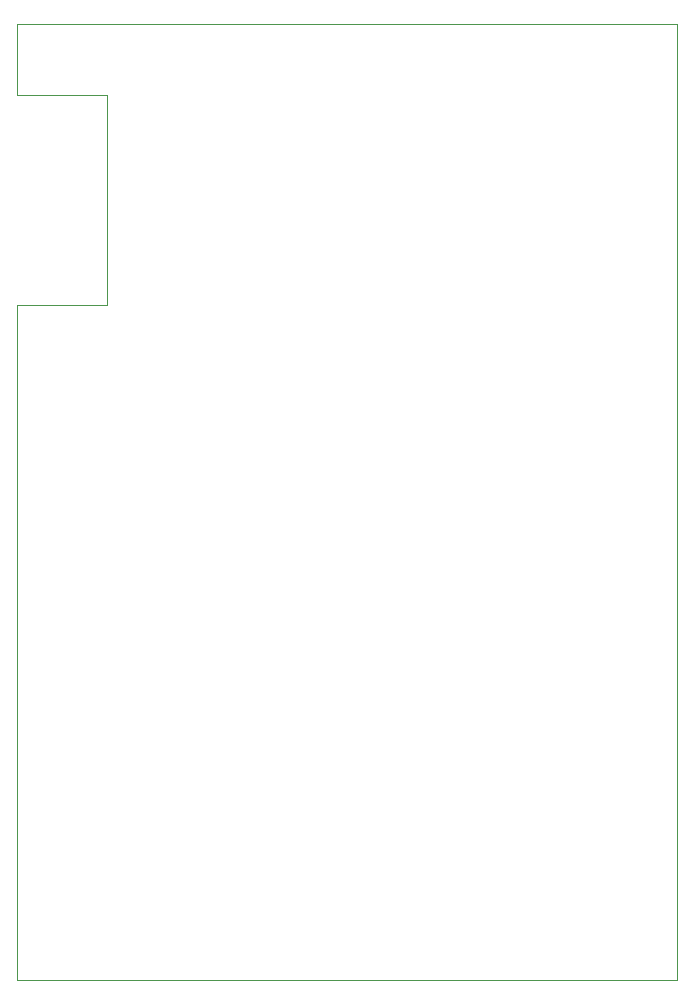
<source format=gbr>
G04 #@! TF.GenerationSoftware,KiCad,Pcbnew,(5.1.5)-3*
G04 #@! TF.CreationDate,2021-02-28T20:58:20+01:00*
G04 #@! TF.ProjectId,ATtimer,41547469-6d65-4722-9e6b-696361645f70,rev?*
G04 #@! TF.SameCoordinates,Original*
G04 #@! TF.FileFunction,Profile,NP*
%FSLAX46Y46*%
G04 Gerber Fmt 4.6, Leading zero omitted, Abs format (unit mm)*
G04 Created by KiCad (PCBNEW (5.1.5)-3) date 2021-02-28 20:58:20*
%MOMM*%
%LPD*%
G04 APERTURE LIST*
%ADD10C,0.050000*%
G04 APERTURE END LIST*
D10*
X90805000Y-56896000D02*
X90805000Y-74295000D01*
X34925000Y-56896000D02*
X90805000Y-56896000D01*
X34925000Y-62865000D02*
X34925000Y-56896000D01*
X42545000Y-62865000D02*
X34925000Y-62865000D01*
X42545000Y-80645000D02*
X42545000Y-62865000D01*
X42545000Y-80645000D02*
X34925000Y-80645000D01*
X34925000Y-80645000D02*
X34925000Y-137795000D01*
X90805000Y-137795000D02*
X90805000Y-74295000D01*
X34925000Y-137795000D02*
X90805000Y-137795000D01*
M02*

</source>
